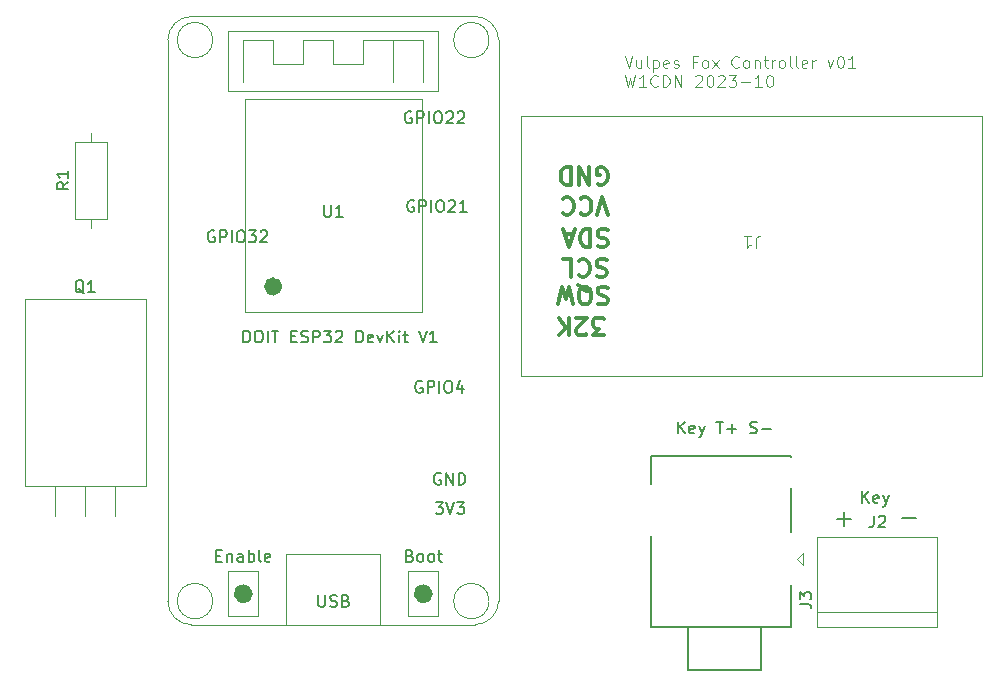
<source format=gbr>
%TF.GenerationSoftware,KiCad,Pcbnew,7.0.7*%
%TF.CreationDate,2023-10-15T02:20:47+00:00*%
%TF.ProjectId,Vulpes,56756c70-6573-42e6-9b69-6361645f7063,rev?*%
%TF.SameCoordinates,Original*%
%TF.FileFunction,Legend,Top*%
%TF.FilePolarity,Positive*%
%FSLAX46Y46*%
G04 Gerber Fmt 4.6, Leading zero omitted, Abs format (unit mm)*
G04 Created by KiCad (PCBNEW 7.0.7) date 2023-10-15 02:20:47*
%MOMM*%
%LPD*%
G01*
G04 APERTURE LIST*
%ADD10C,0.150000*%
%ADD11C,0.125000*%
%ADD12C,0.187500*%
%ADD13C,0.100000*%
%ADD14C,0.300000*%
%ADD15C,0.120000*%
%ADD16C,1.000000*%
%ADD17C,0.800000*%
%ADD18C,3.800000*%
%ADD19O,2.200000X4.000000*%
%ADD20O,4.000000X2.200000*%
%ADD21R,2.200000X4.000000*%
%ADD22O,3.500000X3.500000*%
%ADD23R,1.905000X2.000000*%
%ADD24O,1.905000X2.000000*%
%ADD25C,1.600000*%
%ADD26O,1.600000X1.600000*%
%ADD27R,1.524000X1.524000*%
%ADD28C,1.524000*%
%ADD29R,3.000000X3.000000*%
%ADD30C,3.000000*%
G04 APERTURE END LIST*
D10*
X151784897Y-107440800D02*
X151784897Y-106440800D01*
X152356325Y-107440800D02*
X151927754Y-106869371D01*
X152356325Y-106440800D02*
X151784897Y-107012228D01*
X153165849Y-107393181D02*
X153070611Y-107440800D01*
X153070611Y-107440800D02*
X152880135Y-107440800D01*
X152880135Y-107440800D02*
X152784897Y-107393181D01*
X152784897Y-107393181D02*
X152737278Y-107297942D01*
X152737278Y-107297942D02*
X152737278Y-106916990D01*
X152737278Y-106916990D02*
X152784897Y-106821752D01*
X152784897Y-106821752D02*
X152880135Y-106774133D01*
X152880135Y-106774133D02*
X153070611Y-106774133D01*
X153070611Y-106774133D02*
X153165849Y-106821752D01*
X153165849Y-106821752D02*
X153213468Y-106916990D01*
X153213468Y-106916990D02*
X153213468Y-107012228D01*
X153213468Y-107012228D02*
X152737278Y-107107466D01*
X153546802Y-106774133D02*
X153784897Y-107440800D01*
X154022992Y-106774133D02*
X153784897Y-107440800D01*
X153784897Y-107440800D02*
X153689659Y-107678895D01*
X153689659Y-107678895D02*
X153642040Y-107726514D01*
X153642040Y-107726514D02*
X153546802Y-107774133D01*
D11*
X131674161Y-69603572D02*
X132007494Y-70603572D01*
X132007494Y-70603572D02*
X132340827Y-69603572D01*
X133102732Y-69936905D02*
X133102732Y-70603572D01*
X132674161Y-69936905D02*
X132674161Y-70460714D01*
X132674161Y-70460714D02*
X132721780Y-70555953D01*
X132721780Y-70555953D02*
X132817018Y-70603572D01*
X132817018Y-70603572D02*
X132959875Y-70603572D01*
X132959875Y-70603572D02*
X133055113Y-70555953D01*
X133055113Y-70555953D02*
X133102732Y-70508333D01*
X133721780Y-70603572D02*
X133626542Y-70555953D01*
X133626542Y-70555953D02*
X133578923Y-70460714D01*
X133578923Y-70460714D02*
X133578923Y-69603572D01*
X134102733Y-69936905D02*
X134102733Y-70936905D01*
X134102733Y-69984524D02*
X134197971Y-69936905D01*
X134197971Y-69936905D02*
X134388447Y-69936905D01*
X134388447Y-69936905D02*
X134483685Y-69984524D01*
X134483685Y-69984524D02*
X134531304Y-70032143D01*
X134531304Y-70032143D02*
X134578923Y-70127381D01*
X134578923Y-70127381D02*
X134578923Y-70413095D01*
X134578923Y-70413095D02*
X134531304Y-70508333D01*
X134531304Y-70508333D02*
X134483685Y-70555953D01*
X134483685Y-70555953D02*
X134388447Y-70603572D01*
X134388447Y-70603572D02*
X134197971Y-70603572D01*
X134197971Y-70603572D02*
X134102733Y-70555953D01*
X135388447Y-70555953D02*
X135293209Y-70603572D01*
X135293209Y-70603572D02*
X135102733Y-70603572D01*
X135102733Y-70603572D02*
X135007495Y-70555953D01*
X135007495Y-70555953D02*
X134959876Y-70460714D01*
X134959876Y-70460714D02*
X134959876Y-70079762D01*
X134959876Y-70079762D02*
X135007495Y-69984524D01*
X135007495Y-69984524D02*
X135102733Y-69936905D01*
X135102733Y-69936905D02*
X135293209Y-69936905D01*
X135293209Y-69936905D02*
X135388447Y-69984524D01*
X135388447Y-69984524D02*
X135436066Y-70079762D01*
X135436066Y-70079762D02*
X135436066Y-70175000D01*
X135436066Y-70175000D02*
X134959876Y-70270238D01*
X135817019Y-70555953D02*
X135912257Y-70603572D01*
X135912257Y-70603572D02*
X136102733Y-70603572D01*
X136102733Y-70603572D02*
X136197971Y-70555953D01*
X136197971Y-70555953D02*
X136245590Y-70460714D01*
X136245590Y-70460714D02*
X136245590Y-70413095D01*
X136245590Y-70413095D02*
X136197971Y-70317857D01*
X136197971Y-70317857D02*
X136102733Y-70270238D01*
X136102733Y-70270238D02*
X135959876Y-70270238D01*
X135959876Y-70270238D02*
X135864638Y-70222619D01*
X135864638Y-70222619D02*
X135817019Y-70127381D01*
X135817019Y-70127381D02*
X135817019Y-70079762D01*
X135817019Y-70079762D02*
X135864638Y-69984524D01*
X135864638Y-69984524D02*
X135959876Y-69936905D01*
X135959876Y-69936905D02*
X136102733Y-69936905D01*
X136102733Y-69936905D02*
X136197971Y-69984524D01*
X137769400Y-70079762D02*
X137436067Y-70079762D01*
X137436067Y-70603572D02*
X137436067Y-69603572D01*
X137436067Y-69603572D02*
X137912257Y-69603572D01*
X138436067Y-70603572D02*
X138340829Y-70555953D01*
X138340829Y-70555953D02*
X138293210Y-70508333D01*
X138293210Y-70508333D02*
X138245591Y-70413095D01*
X138245591Y-70413095D02*
X138245591Y-70127381D01*
X138245591Y-70127381D02*
X138293210Y-70032143D01*
X138293210Y-70032143D02*
X138340829Y-69984524D01*
X138340829Y-69984524D02*
X138436067Y-69936905D01*
X138436067Y-69936905D02*
X138578924Y-69936905D01*
X138578924Y-69936905D02*
X138674162Y-69984524D01*
X138674162Y-69984524D02*
X138721781Y-70032143D01*
X138721781Y-70032143D02*
X138769400Y-70127381D01*
X138769400Y-70127381D02*
X138769400Y-70413095D01*
X138769400Y-70413095D02*
X138721781Y-70508333D01*
X138721781Y-70508333D02*
X138674162Y-70555953D01*
X138674162Y-70555953D02*
X138578924Y-70603572D01*
X138578924Y-70603572D02*
X138436067Y-70603572D01*
X139102734Y-70603572D02*
X139626543Y-69936905D01*
X139102734Y-69936905D02*
X139626543Y-70603572D01*
X141340829Y-70508333D02*
X141293210Y-70555953D01*
X141293210Y-70555953D02*
X141150353Y-70603572D01*
X141150353Y-70603572D02*
X141055115Y-70603572D01*
X141055115Y-70603572D02*
X140912258Y-70555953D01*
X140912258Y-70555953D02*
X140817020Y-70460714D01*
X140817020Y-70460714D02*
X140769401Y-70365476D01*
X140769401Y-70365476D02*
X140721782Y-70175000D01*
X140721782Y-70175000D02*
X140721782Y-70032143D01*
X140721782Y-70032143D02*
X140769401Y-69841667D01*
X140769401Y-69841667D02*
X140817020Y-69746429D01*
X140817020Y-69746429D02*
X140912258Y-69651191D01*
X140912258Y-69651191D02*
X141055115Y-69603572D01*
X141055115Y-69603572D02*
X141150353Y-69603572D01*
X141150353Y-69603572D02*
X141293210Y-69651191D01*
X141293210Y-69651191D02*
X141340829Y-69698810D01*
X141912258Y-70603572D02*
X141817020Y-70555953D01*
X141817020Y-70555953D02*
X141769401Y-70508333D01*
X141769401Y-70508333D02*
X141721782Y-70413095D01*
X141721782Y-70413095D02*
X141721782Y-70127381D01*
X141721782Y-70127381D02*
X141769401Y-70032143D01*
X141769401Y-70032143D02*
X141817020Y-69984524D01*
X141817020Y-69984524D02*
X141912258Y-69936905D01*
X141912258Y-69936905D02*
X142055115Y-69936905D01*
X142055115Y-69936905D02*
X142150353Y-69984524D01*
X142150353Y-69984524D02*
X142197972Y-70032143D01*
X142197972Y-70032143D02*
X142245591Y-70127381D01*
X142245591Y-70127381D02*
X142245591Y-70413095D01*
X142245591Y-70413095D02*
X142197972Y-70508333D01*
X142197972Y-70508333D02*
X142150353Y-70555953D01*
X142150353Y-70555953D02*
X142055115Y-70603572D01*
X142055115Y-70603572D02*
X141912258Y-70603572D01*
X142674163Y-69936905D02*
X142674163Y-70603572D01*
X142674163Y-70032143D02*
X142721782Y-69984524D01*
X142721782Y-69984524D02*
X142817020Y-69936905D01*
X142817020Y-69936905D02*
X142959877Y-69936905D01*
X142959877Y-69936905D02*
X143055115Y-69984524D01*
X143055115Y-69984524D02*
X143102734Y-70079762D01*
X143102734Y-70079762D02*
X143102734Y-70603572D01*
X143436068Y-69936905D02*
X143817020Y-69936905D01*
X143578925Y-69603572D02*
X143578925Y-70460714D01*
X143578925Y-70460714D02*
X143626544Y-70555953D01*
X143626544Y-70555953D02*
X143721782Y-70603572D01*
X143721782Y-70603572D02*
X143817020Y-70603572D01*
X144150354Y-70603572D02*
X144150354Y-69936905D01*
X144150354Y-70127381D02*
X144197973Y-70032143D01*
X144197973Y-70032143D02*
X144245592Y-69984524D01*
X144245592Y-69984524D02*
X144340830Y-69936905D01*
X144340830Y-69936905D02*
X144436068Y-69936905D01*
X144912259Y-70603572D02*
X144817021Y-70555953D01*
X144817021Y-70555953D02*
X144769402Y-70508333D01*
X144769402Y-70508333D02*
X144721783Y-70413095D01*
X144721783Y-70413095D02*
X144721783Y-70127381D01*
X144721783Y-70127381D02*
X144769402Y-70032143D01*
X144769402Y-70032143D02*
X144817021Y-69984524D01*
X144817021Y-69984524D02*
X144912259Y-69936905D01*
X144912259Y-69936905D02*
X145055116Y-69936905D01*
X145055116Y-69936905D02*
X145150354Y-69984524D01*
X145150354Y-69984524D02*
X145197973Y-70032143D01*
X145197973Y-70032143D02*
X145245592Y-70127381D01*
X145245592Y-70127381D02*
X145245592Y-70413095D01*
X145245592Y-70413095D02*
X145197973Y-70508333D01*
X145197973Y-70508333D02*
X145150354Y-70555953D01*
X145150354Y-70555953D02*
X145055116Y-70603572D01*
X145055116Y-70603572D02*
X144912259Y-70603572D01*
X145817021Y-70603572D02*
X145721783Y-70555953D01*
X145721783Y-70555953D02*
X145674164Y-70460714D01*
X145674164Y-70460714D02*
X145674164Y-69603572D01*
X146340831Y-70603572D02*
X146245593Y-70555953D01*
X146245593Y-70555953D02*
X146197974Y-70460714D01*
X146197974Y-70460714D02*
X146197974Y-69603572D01*
X147102736Y-70555953D02*
X147007498Y-70603572D01*
X147007498Y-70603572D02*
X146817022Y-70603572D01*
X146817022Y-70603572D02*
X146721784Y-70555953D01*
X146721784Y-70555953D02*
X146674165Y-70460714D01*
X146674165Y-70460714D02*
X146674165Y-70079762D01*
X146674165Y-70079762D02*
X146721784Y-69984524D01*
X146721784Y-69984524D02*
X146817022Y-69936905D01*
X146817022Y-69936905D02*
X147007498Y-69936905D01*
X147007498Y-69936905D02*
X147102736Y-69984524D01*
X147102736Y-69984524D02*
X147150355Y-70079762D01*
X147150355Y-70079762D02*
X147150355Y-70175000D01*
X147150355Y-70175000D02*
X146674165Y-70270238D01*
X147578927Y-70603572D02*
X147578927Y-69936905D01*
X147578927Y-70127381D02*
X147626546Y-70032143D01*
X147626546Y-70032143D02*
X147674165Y-69984524D01*
X147674165Y-69984524D02*
X147769403Y-69936905D01*
X147769403Y-69936905D02*
X147864641Y-69936905D01*
X148864642Y-69936905D02*
X149102737Y-70603572D01*
X149102737Y-70603572D02*
X149340832Y-69936905D01*
X149912261Y-69603572D02*
X150007499Y-69603572D01*
X150007499Y-69603572D02*
X150102737Y-69651191D01*
X150102737Y-69651191D02*
X150150356Y-69698810D01*
X150150356Y-69698810D02*
X150197975Y-69794048D01*
X150197975Y-69794048D02*
X150245594Y-69984524D01*
X150245594Y-69984524D02*
X150245594Y-70222619D01*
X150245594Y-70222619D02*
X150197975Y-70413095D01*
X150197975Y-70413095D02*
X150150356Y-70508333D01*
X150150356Y-70508333D02*
X150102737Y-70555953D01*
X150102737Y-70555953D02*
X150007499Y-70603572D01*
X150007499Y-70603572D02*
X149912261Y-70603572D01*
X149912261Y-70603572D02*
X149817023Y-70555953D01*
X149817023Y-70555953D02*
X149769404Y-70508333D01*
X149769404Y-70508333D02*
X149721785Y-70413095D01*
X149721785Y-70413095D02*
X149674166Y-70222619D01*
X149674166Y-70222619D02*
X149674166Y-69984524D01*
X149674166Y-69984524D02*
X149721785Y-69794048D01*
X149721785Y-69794048D02*
X149769404Y-69698810D01*
X149769404Y-69698810D02*
X149817023Y-69651191D01*
X149817023Y-69651191D02*
X149912261Y-69603572D01*
X151197975Y-70603572D02*
X150626547Y-70603572D01*
X150912261Y-70603572D02*
X150912261Y-69603572D01*
X150912261Y-69603572D02*
X150817023Y-69746429D01*
X150817023Y-69746429D02*
X150721785Y-69841667D01*
X150721785Y-69841667D02*
X150626547Y-69889286D01*
X131721780Y-71213572D02*
X131959875Y-72213572D01*
X131959875Y-72213572D02*
X132150351Y-71499286D01*
X132150351Y-71499286D02*
X132340827Y-72213572D01*
X132340827Y-72213572D02*
X132578923Y-71213572D01*
X133483684Y-72213572D02*
X132912256Y-72213572D01*
X133197970Y-72213572D02*
X133197970Y-71213572D01*
X133197970Y-71213572D02*
X133102732Y-71356429D01*
X133102732Y-71356429D02*
X133007494Y-71451667D01*
X133007494Y-71451667D02*
X132912256Y-71499286D01*
X134483684Y-72118333D02*
X134436065Y-72165953D01*
X134436065Y-72165953D02*
X134293208Y-72213572D01*
X134293208Y-72213572D02*
X134197970Y-72213572D01*
X134197970Y-72213572D02*
X134055113Y-72165953D01*
X134055113Y-72165953D02*
X133959875Y-72070714D01*
X133959875Y-72070714D02*
X133912256Y-71975476D01*
X133912256Y-71975476D02*
X133864637Y-71785000D01*
X133864637Y-71785000D02*
X133864637Y-71642143D01*
X133864637Y-71642143D02*
X133912256Y-71451667D01*
X133912256Y-71451667D02*
X133959875Y-71356429D01*
X133959875Y-71356429D02*
X134055113Y-71261191D01*
X134055113Y-71261191D02*
X134197970Y-71213572D01*
X134197970Y-71213572D02*
X134293208Y-71213572D01*
X134293208Y-71213572D02*
X134436065Y-71261191D01*
X134436065Y-71261191D02*
X134483684Y-71308810D01*
X134912256Y-72213572D02*
X134912256Y-71213572D01*
X134912256Y-71213572D02*
X135150351Y-71213572D01*
X135150351Y-71213572D02*
X135293208Y-71261191D01*
X135293208Y-71261191D02*
X135388446Y-71356429D01*
X135388446Y-71356429D02*
X135436065Y-71451667D01*
X135436065Y-71451667D02*
X135483684Y-71642143D01*
X135483684Y-71642143D02*
X135483684Y-71785000D01*
X135483684Y-71785000D02*
X135436065Y-71975476D01*
X135436065Y-71975476D02*
X135388446Y-72070714D01*
X135388446Y-72070714D02*
X135293208Y-72165953D01*
X135293208Y-72165953D02*
X135150351Y-72213572D01*
X135150351Y-72213572D02*
X134912256Y-72213572D01*
X135912256Y-72213572D02*
X135912256Y-71213572D01*
X135912256Y-71213572D02*
X136483684Y-72213572D01*
X136483684Y-72213572D02*
X136483684Y-71213572D01*
X137674161Y-71308810D02*
X137721780Y-71261191D01*
X137721780Y-71261191D02*
X137817018Y-71213572D01*
X137817018Y-71213572D02*
X138055113Y-71213572D01*
X138055113Y-71213572D02*
X138150351Y-71261191D01*
X138150351Y-71261191D02*
X138197970Y-71308810D01*
X138197970Y-71308810D02*
X138245589Y-71404048D01*
X138245589Y-71404048D02*
X138245589Y-71499286D01*
X138245589Y-71499286D02*
X138197970Y-71642143D01*
X138197970Y-71642143D02*
X137626542Y-72213572D01*
X137626542Y-72213572D02*
X138245589Y-72213572D01*
X138864637Y-71213572D02*
X138959875Y-71213572D01*
X138959875Y-71213572D02*
X139055113Y-71261191D01*
X139055113Y-71261191D02*
X139102732Y-71308810D01*
X139102732Y-71308810D02*
X139150351Y-71404048D01*
X139150351Y-71404048D02*
X139197970Y-71594524D01*
X139197970Y-71594524D02*
X139197970Y-71832619D01*
X139197970Y-71832619D02*
X139150351Y-72023095D01*
X139150351Y-72023095D02*
X139102732Y-72118333D01*
X139102732Y-72118333D02*
X139055113Y-72165953D01*
X139055113Y-72165953D02*
X138959875Y-72213572D01*
X138959875Y-72213572D02*
X138864637Y-72213572D01*
X138864637Y-72213572D02*
X138769399Y-72165953D01*
X138769399Y-72165953D02*
X138721780Y-72118333D01*
X138721780Y-72118333D02*
X138674161Y-72023095D01*
X138674161Y-72023095D02*
X138626542Y-71832619D01*
X138626542Y-71832619D02*
X138626542Y-71594524D01*
X138626542Y-71594524D02*
X138674161Y-71404048D01*
X138674161Y-71404048D02*
X138721780Y-71308810D01*
X138721780Y-71308810D02*
X138769399Y-71261191D01*
X138769399Y-71261191D02*
X138864637Y-71213572D01*
X139578923Y-71308810D02*
X139626542Y-71261191D01*
X139626542Y-71261191D02*
X139721780Y-71213572D01*
X139721780Y-71213572D02*
X139959875Y-71213572D01*
X139959875Y-71213572D02*
X140055113Y-71261191D01*
X140055113Y-71261191D02*
X140102732Y-71308810D01*
X140102732Y-71308810D02*
X140150351Y-71404048D01*
X140150351Y-71404048D02*
X140150351Y-71499286D01*
X140150351Y-71499286D02*
X140102732Y-71642143D01*
X140102732Y-71642143D02*
X139531304Y-72213572D01*
X139531304Y-72213572D02*
X140150351Y-72213572D01*
X140483685Y-71213572D02*
X141102732Y-71213572D01*
X141102732Y-71213572D02*
X140769399Y-71594524D01*
X140769399Y-71594524D02*
X140912256Y-71594524D01*
X140912256Y-71594524D02*
X141007494Y-71642143D01*
X141007494Y-71642143D02*
X141055113Y-71689762D01*
X141055113Y-71689762D02*
X141102732Y-71785000D01*
X141102732Y-71785000D02*
X141102732Y-72023095D01*
X141102732Y-72023095D02*
X141055113Y-72118333D01*
X141055113Y-72118333D02*
X141007494Y-72165953D01*
X141007494Y-72165953D02*
X140912256Y-72213572D01*
X140912256Y-72213572D02*
X140626542Y-72213572D01*
X140626542Y-72213572D02*
X140531304Y-72165953D01*
X140531304Y-72165953D02*
X140483685Y-72118333D01*
X141531304Y-71832619D02*
X142293209Y-71832619D01*
X143293208Y-72213572D02*
X142721780Y-72213572D01*
X143007494Y-72213572D02*
X143007494Y-71213572D01*
X143007494Y-71213572D02*
X142912256Y-71356429D01*
X142912256Y-71356429D02*
X142817018Y-71451667D01*
X142817018Y-71451667D02*
X142721780Y-71499286D01*
X143912256Y-71213572D02*
X144007494Y-71213572D01*
X144007494Y-71213572D02*
X144102732Y-71261191D01*
X144102732Y-71261191D02*
X144150351Y-71308810D01*
X144150351Y-71308810D02*
X144197970Y-71404048D01*
X144197970Y-71404048D02*
X144245589Y-71594524D01*
X144245589Y-71594524D02*
X144245589Y-71832619D01*
X144245589Y-71832619D02*
X144197970Y-72023095D01*
X144197970Y-72023095D02*
X144150351Y-72118333D01*
X144150351Y-72118333D02*
X144102732Y-72165953D01*
X144102732Y-72165953D02*
X144007494Y-72213572D01*
X144007494Y-72213572D02*
X143912256Y-72213572D01*
X143912256Y-72213572D02*
X143817018Y-72165953D01*
X143817018Y-72165953D02*
X143769399Y-72118333D01*
X143769399Y-72118333D02*
X143721780Y-72023095D01*
X143721780Y-72023095D02*
X143674161Y-71832619D01*
X143674161Y-71832619D02*
X143674161Y-71594524D01*
X143674161Y-71594524D02*
X143721780Y-71404048D01*
X143721780Y-71404048D02*
X143769399Y-71308810D01*
X143769399Y-71308810D02*
X143817018Y-71261191D01*
X143817018Y-71261191D02*
X143912256Y-71213572D01*
D10*
X99396779Y-93849819D02*
X99396779Y-92849819D01*
X99396779Y-92849819D02*
X99634874Y-92849819D01*
X99634874Y-92849819D02*
X99777731Y-92897438D01*
X99777731Y-92897438D02*
X99872969Y-92992676D01*
X99872969Y-92992676D02*
X99920588Y-93087914D01*
X99920588Y-93087914D02*
X99968207Y-93278390D01*
X99968207Y-93278390D02*
X99968207Y-93421247D01*
X99968207Y-93421247D02*
X99920588Y-93611723D01*
X99920588Y-93611723D02*
X99872969Y-93706961D01*
X99872969Y-93706961D02*
X99777731Y-93802200D01*
X99777731Y-93802200D02*
X99634874Y-93849819D01*
X99634874Y-93849819D02*
X99396779Y-93849819D01*
X100587255Y-92849819D02*
X100777731Y-92849819D01*
X100777731Y-92849819D02*
X100872969Y-92897438D01*
X100872969Y-92897438D02*
X100968207Y-92992676D01*
X100968207Y-92992676D02*
X101015826Y-93183152D01*
X101015826Y-93183152D02*
X101015826Y-93516485D01*
X101015826Y-93516485D02*
X100968207Y-93706961D01*
X100968207Y-93706961D02*
X100872969Y-93802200D01*
X100872969Y-93802200D02*
X100777731Y-93849819D01*
X100777731Y-93849819D02*
X100587255Y-93849819D01*
X100587255Y-93849819D02*
X100492017Y-93802200D01*
X100492017Y-93802200D02*
X100396779Y-93706961D01*
X100396779Y-93706961D02*
X100349160Y-93516485D01*
X100349160Y-93516485D02*
X100349160Y-93183152D01*
X100349160Y-93183152D02*
X100396779Y-92992676D01*
X100396779Y-92992676D02*
X100492017Y-92897438D01*
X100492017Y-92897438D02*
X100587255Y-92849819D01*
X101444398Y-93849819D02*
X101444398Y-92849819D01*
X101777731Y-92849819D02*
X102349159Y-92849819D01*
X102063445Y-93849819D02*
X102063445Y-92849819D01*
X103444398Y-93326009D02*
X103777731Y-93326009D01*
X103920588Y-93849819D02*
X103444398Y-93849819D01*
X103444398Y-93849819D02*
X103444398Y-92849819D01*
X103444398Y-92849819D02*
X103920588Y-92849819D01*
X104301541Y-93802200D02*
X104444398Y-93849819D01*
X104444398Y-93849819D02*
X104682493Y-93849819D01*
X104682493Y-93849819D02*
X104777731Y-93802200D01*
X104777731Y-93802200D02*
X104825350Y-93754580D01*
X104825350Y-93754580D02*
X104872969Y-93659342D01*
X104872969Y-93659342D02*
X104872969Y-93564104D01*
X104872969Y-93564104D02*
X104825350Y-93468866D01*
X104825350Y-93468866D02*
X104777731Y-93421247D01*
X104777731Y-93421247D02*
X104682493Y-93373628D01*
X104682493Y-93373628D02*
X104492017Y-93326009D01*
X104492017Y-93326009D02*
X104396779Y-93278390D01*
X104396779Y-93278390D02*
X104349160Y-93230771D01*
X104349160Y-93230771D02*
X104301541Y-93135533D01*
X104301541Y-93135533D02*
X104301541Y-93040295D01*
X104301541Y-93040295D02*
X104349160Y-92945057D01*
X104349160Y-92945057D02*
X104396779Y-92897438D01*
X104396779Y-92897438D02*
X104492017Y-92849819D01*
X104492017Y-92849819D02*
X104730112Y-92849819D01*
X104730112Y-92849819D02*
X104872969Y-92897438D01*
X105301541Y-93849819D02*
X105301541Y-92849819D01*
X105301541Y-92849819D02*
X105682493Y-92849819D01*
X105682493Y-92849819D02*
X105777731Y-92897438D01*
X105777731Y-92897438D02*
X105825350Y-92945057D01*
X105825350Y-92945057D02*
X105872969Y-93040295D01*
X105872969Y-93040295D02*
X105872969Y-93183152D01*
X105872969Y-93183152D02*
X105825350Y-93278390D01*
X105825350Y-93278390D02*
X105777731Y-93326009D01*
X105777731Y-93326009D02*
X105682493Y-93373628D01*
X105682493Y-93373628D02*
X105301541Y-93373628D01*
X106206303Y-92849819D02*
X106825350Y-92849819D01*
X106825350Y-92849819D02*
X106492017Y-93230771D01*
X106492017Y-93230771D02*
X106634874Y-93230771D01*
X106634874Y-93230771D02*
X106730112Y-93278390D01*
X106730112Y-93278390D02*
X106777731Y-93326009D01*
X106777731Y-93326009D02*
X106825350Y-93421247D01*
X106825350Y-93421247D02*
X106825350Y-93659342D01*
X106825350Y-93659342D02*
X106777731Y-93754580D01*
X106777731Y-93754580D02*
X106730112Y-93802200D01*
X106730112Y-93802200D02*
X106634874Y-93849819D01*
X106634874Y-93849819D02*
X106349160Y-93849819D01*
X106349160Y-93849819D02*
X106253922Y-93802200D01*
X106253922Y-93802200D02*
X106206303Y-93754580D01*
X107206303Y-92945057D02*
X107253922Y-92897438D01*
X107253922Y-92897438D02*
X107349160Y-92849819D01*
X107349160Y-92849819D02*
X107587255Y-92849819D01*
X107587255Y-92849819D02*
X107682493Y-92897438D01*
X107682493Y-92897438D02*
X107730112Y-92945057D01*
X107730112Y-92945057D02*
X107777731Y-93040295D01*
X107777731Y-93040295D02*
X107777731Y-93135533D01*
X107777731Y-93135533D02*
X107730112Y-93278390D01*
X107730112Y-93278390D02*
X107158684Y-93849819D01*
X107158684Y-93849819D02*
X107777731Y-93849819D01*
X108968208Y-93849819D02*
X108968208Y-92849819D01*
X108968208Y-92849819D02*
X109206303Y-92849819D01*
X109206303Y-92849819D02*
X109349160Y-92897438D01*
X109349160Y-92897438D02*
X109444398Y-92992676D01*
X109444398Y-92992676D02*
X109492017Y-93087914D01*
X109492017Y-93087914D02*
X109539636Y-93278390D01*
X109539636Y-93278390D02*
X109539636Y-93421247D01*
X109539636Y-93421247D02*
X109492017Y-93611723D01*
X109492017Y-93611723D02*
X109444398Y-93706961D01*
X109444398Y-93706961D02*
X109349160Y-93802200D01*
X109349160Y-93802200D02*
X109206303Y-93849819D01*
X109206303Y-93849819D02*
X108968208Y-93849819D01*
X110349160Y-93802200D02*
X110253922Y-93849819D01*
X110253922Y-93849819D02*
X110063446Y-93849819D01*
X110063446Y-93849819D02*
X109968208Y-93802200D01*
X109968208Y-93802200D02*
X109920589Y-93706961D01*
X109920589Y-93706961D02*
X109920589Y-93326009D01*
X109920589Y-93326009D02*
X109968208Y-93230771D01*
X109968208Y-93230771D02*
X110063446Y-93183152D01*
X110063446Y-93183152D02*
X110253922Y-93183152D01*
X110253922Y-93183152D02*
X110349160Y-93230771D01*
X110349160Y-93230771D02*
X110396779Y-93326009D01*
X110396779Y-93326009D02*
X110396779Y-93421247D01*
X110396779Y-93421247D02*
X109920589Y-93516485D01*
X110730113Y-93183152D02*
X110968208Y-93849819D01*
X110968208Y-93849819D02*
X111206303Y-93183152D01*
X111587256Y-93849819D02*
X111587256Y-92849819D01*
X112158684Y-93849819D02*
X111730113Y-93278390D01*
X112158684Y-92849819D02*
X111587256Y-93421247D01*
X112587256Y-93849819D02*
X112587256Y-93183152D01*
X112587256Y-92849819D02*
X112539637Y-92897438D01*
X112539637Y-92897438D02*
X112587256Y-92945057D01*
X112587256Y-92945057D02*
X112634875Y-92897438D01*
X112634875Y-92897438D02*
X112587256Y-92849819D01*
X112587256Y-92849819D02*
X112587256Y-92945057D01*
X112920589Y-93183152D02*
X113301541Y-93183152D01*
X113063446Y-92849819D02*
X113063446Y-93706961D01*
X113063446Y-93706961D02*
X113111065Y-93802200D01*
X113111065Y-93802200D02*
X113206303Y-93849819D01*
X113206303Y-93849819D02*
X113301541Y-93849819D01*
X114253923Y-92849819D02*
X114587256Y-93849819D01*
X114587256Y-93849819D02*
X114920589Y-92849819D01*
X115777732Y-93849819D02*
X115206304Y-93849819D01*
X115492018Y-93849819D02*
X115492018Y-92849819D01*
X115492018Y-92849819D02*
X115396780Y-92992676D01*
X115396780Y-92992676D02*
X115301542Y-93087914D01*
X115301542Y-93087914D02*
X115206304Y-93135533D01*
X113823366Y-81849692D02*
X113728128Y-81802073D01*
X113728128Y-81802073D02*
X113585271Y-81802073D01*
X113585271Y-81802073D02*
X113442414Y-81849692D01*
X113442414Y-81849692D02*
X113347176Y-81944930D01*
X113347176Y-81944930D02*
X113299557Y-82040168D01*
X113299557Y-82040168D02*
X113251938Y-82230644D01*
X113251938Y-82230644D02*
X113251938Y-82373501D01*
X113251938Y-82373501D02*
X113299557Y-82563977D01*
X113299557Y-82563977D02*
X113347176Y-82659215D01*
X113347176Y-82659215D02*
X113442414Y-82754454D01*
X113442414Y-82754454D02*
X113585271Y-82802073D01*
X113585271Y-82802073D02*
X113680509Y-82802073D01*
X113680509Y-82802073D02*
X113823366Y-82754454D01*
X113823366Y-82754454D02*
X113870985Y-82706834D01*
X113870985Y-82706834D02*
X113870985Y-82373501D01*
X113870985Y-82373501D02*
X113680509Y-82373501D01*
X114299557Y-82802073D02*
X114299557Y-81802073D01*
X114299557Y-81802073D02*
X114680509Y-81802073D01*
X114680509Y-81802073D02*
X114775747Y-81849692D01*
X114775747Y-81849692D02*
X114823366Y-81897311D01*
X114823366Y-81897311D02*
X114870985Y-81992549D01*
X114870985Y-81992549D02*
X114870985Y-82135406D01*
X114870985Y-82135406D02*
X114823366Y-82230644D01*
X114823366Y-82230644D02*
X114775747Y-82278263D01*
X114775747Y-82278263D02*
X114680509Y-82325882D01*
X114680509Y-82325882D02*
X114299557Y-82325882D01*
X115299557Y-82802073D02*
X115299557Y-81802073D01*
X115966223Y-81802073D02*
X116156699Y-81802073D01*
X116156699Y-81802073D02*
X116251937Y-81849692D01*
X116251937Y-81849692D02*
X116347175Y-81944930D01*
X116347175Y-81944930D02*
X116394794Y-82135406D01*
X116394794Y-82135406D02*
X116394794Y-82468739D01*
X116394794Y-82468739D02*
X116347175Y-82659215D01*
X116347175Y-82659215D02*
X116251937Y-82754454D01*
X116251937Y-82754454D02*
X116156699Y-82802073D01*
X116156699Y-82802073D02*
X115966223Y-82802073D01*
X115966223Y-82802073D02*
X115870985Y-82754454D01*
X115870985Y-82754454D02*
X115775747Y-82659215D01*
X115775747Y-82659215D02*
X115728128Y-82468739D01*
X115728128Y-82468739D02*
X115728128Y-82135406D01*
X115728128Y-82135406D02*
X115775747Y-81944930D01*
X115775747Y-81944930D02*
X115870985Y-81849692D01*
X115870985Y-81849692D02*
X115966223Y-81802073D01*
X116775747Y-81897311D02*
X116823366Y-81849692D01*
X116823366Y-81849692D02*
X116918604Y-81802073D01*
X116918604Y-81802073D02*
X117156699Y-81802073D01*
X117156699Y-81802073D02*
X117251937Y-81849692D01*
X117251937Y-81849692D02*
X117299556Y-81897311D01*
X117299556Y-81897311D02*
X117347175Y-81992549D01*
X117347175Y-81992549D02*
X117347175Y-82087787D01*
X117347175Y-82087787D02*
X117299556Y-82230644D01*
X117299556Y-82230644D02*
X116728128Y-82802073D01*
X116728128Y-82802073D02*
X117347175Y-82802073D01*
X118299556Y-82802073D02*
X117728128Y-82802073D01*
X118013842Y-82802073D02*
X118013842Y-81802073D01*
X118013842Y-81802073D02*
X117918604Y-81944930D01*
X117918604Y-81944930D02*
X117823366Y-82040168D01*
X117823366Y-82040168D02*
X117728128Y-82087787D01*
X116093889Y-104949805D02*
X115998651Y-104902186D01*
X115998651Y-104902186D02*
X115855794Y-104902186D01*
X115855794Y-104902186D02*
X115712937Y-104949805D01*
X115712937Y-104949805D02*
X115617699Y-105045043D01*
X115617699Y-105045043D02*
X115570080Y-105140281D01*
X115570080Y-105140281D02*
X115522461Y-105330757D01*
X115522461Y-105330757D02*
X115522461Y-105473614D01*
X115522461Y-105473614D02*
X115570080Y-105664090D01*
X115570080Y-105664090D02*
X115617699Y-105759328D01*
X115617699Y-105759328D02*
X115712937Y-105854567D01*
X115712937Y-105854567D02*
X115855794Y-105902186D01*
X115855794Y-105902186D02*
X115951032Y-105902186D01*
X115951032Y-105902186D02*
X116093889Y-105854567D01*
X116093889Y-105854567D02*
X116141508Y-105806947D01*
X116141508Y-105806947D02*
X116141508Y-105473614D01*
X116141508Y-105473614D02*
X115951032Y-105473614D01*
X116570080Y-105902186D02*
X116570080Y-104902186D01*
X116570080Y-104902186D02*
X117141508Y-105902186D01*
X117141508Y-105902186D02*
X117141508Y-104902186D01*
X117617699Y-105902186D02*
X117617699Y-104902186D01*
X117617699Y-104902186D02*
X117855794Y-104902186D01*
X117855794Y-104902186D02*
X117998651Y-104949805D01*
X117998651Y-104949805D02*
X118093889Y-105045043D01*
X118093889Y-105045043D02*
X118141508Y-105140281D01*
X118141508Y-105140281D02*
X118189127Y-105330757D01*
X118189127Y-105330757D02*
X118189127Y-105473614D01*
X118189127Y-105473614D02*
X118141508Y-105664090D01*
X118141508Y-105664090D02*
X118093889Y-105759328D01*
X118093889Y-105759328D02*
X117998651Y-105854567D01*
X117998651Y-105854567D02*
X117855794Y-105902186D01*
X117855794Y-105902186D02*
X117617699Y-105902186D01*
X113625929Y-74347091D02*
X113530691Y-74299472D01*
X113530691Y-74299472D02*
X113387834Y-74299472D01*
X113387834Y-74299472D02*
X113244977Y-74347091D01*
X113244977Y-74347091D02*
X113149739Y-74442329D01*
X113149739Y-74442329D02*
X113102120Y-74537567D01*
X113102120Y-74537567D02*
X113054501Y-74728043D01*
X113054501Y-74728043D02*
X113054501Y-74870900D01*
X113054501Y-74870900D02*
X113102120Y-75061376D01*
X113102120Y-75061376D02*
X113149739Y-75156614D01*
X113149739Y-75156614D02*
X113244977Y-75251853D01*
X113244977Y-75251853D02*
X113387834Y-75299472D01*
X113387834Y-75299472D02*
X113483072Y-75299472D01*
X113483072Y-75299472D02*
X113625929Y-75251853D01*
X113625929Y-75251853D02*
X113673548Y-75204233D01*
X113673548Y-75204233D02*
X113673548Y-74870900D01*
X113673548Y-74870900D02*
X113483072Y-74870900D01*
X114102120Y-75299472D02*
X114102120Y-74299472D01*
X114102120Y-74299472D02*
X114483072Y-74299472D01*
X114483072Y-74299472D02*
X114578310Y-74347091D01*
X114578310Y-74347091D02*
X114625929Y-74394710D01*
X114625929Y-74394710D02*
X114673548Y-74489948D01*
X114673548Y-74489948D02*
X114673548Y-74632805D01*
X114673548Y-74632805D02*
X114625929Y-74728043D01*
X114625929Y-74728043D02*
X114578310Y-74775662D01*
X114578310Y-74775662D02*
X114483072Y-74823281D01*
X114483072Y-74823281D02*
X114102120Y-74823281D01*
X115102120Y-75299472D02*
X115102120Y-74299472D01*
X115768786Y-74299472D02*
X115959262Y-74299472D01*
X115959262Y-74299472D02*
X116054500Y-74347091D01*
X116054500Y-74347091D02*
X116149738Y-74442329D01*
X116149738Y-74442329D02*
X116197357Y-74632805D01*
X116197357Y-74632805D02*
X116197357Y-74966138D01*
X116197357Y-74966138D02*
X116149738Y-75156614D01*
X116149738Y-75156614D02*
X116054500Y-75251853D01*
X116054500Y-75251853D02*
X115959262Y-75299472D01*
X115959262Y-75299472D02*
X115768786Y-75299472D01*
X115768786Y-75299472D02*
X115673548Y-75251853D01*
X115673548Y-75251853D02*
X115578310Y-75156614D01*
X115578310Y-75156614D02*
X115530691Y-74966138D01*
X115530691Y-74966138D02*
X115530691Y-74632805D01*
X115530691Y-74632805D02*
X115578310Y-74442329D01*
X115578310Y-74442329D02*
X115673548Y-74347091D01*
X115673548Y-74347091D02*
X115768786Y-74299472D01*
X116578310Y-74394710D02*
X116625929Y-74347091D01*
X116625929Y-74347091D02*
X116721167Y-74299472D01*
X116721167Y-74299472D02*
X116959262Y-74299472D01*
X116959262Y-74299472D02*
X117054500Y-74347091D01*
X117054500Y-74347091D02*
X117102119Y-74394710D01*
X117102119Y-74394710D02*
X117149738Y-74489948D01*
X117149738Y-74489948D02*
X117149738Y-74585186D01*
X117149738Y-74585186D02*
X117102119Y-74728043D01*
X117102119Y-74728043D02*
X116530691Y-75299472D01*
X116530691Y-75299472D02*
X117149738Y-75299472D01*
X117530691Y-74394710D02*
X117578310Y-74347091D01*
X117578310Y-74347091D02*
X117673548Y-74299472D01*
X117673548Y-74299472D02*
X117911643Y-74299472D01*
X117911643Y-74299472D02*
X118006881Y-74347091D01*
X118006881Y-74347091D02*
X118054500Y-74394710D01*
X118054500Y-74394710D02*
X118102119Y-74489948D01*
X118102119Y-74489948D02*
X118102119Y-74585186D01*
X118102119Y-74585186D02*
X118054500Y-74728043D01*
X118054500Y-74728043D02*
X117483072Y-75299472D01*
X117483072Y-75299472D02*
X118102119Y-75299472D01*
X96942514Y-84416371D02*
X96847276Y-84368752D01*
X96847276Y-84368752D02*
X96704419Y-84368752D01*
X96704419Y-84368752D02*
X96561562Y-84416371D01*
X96561562Y-84416371D02*
X96466324Y-84511609D01*
X96466324Y-84511609D02*
X96418705Y-84606847D01*
X96418705Y-84606847D02*
X96371086Y-84797323D01*
X96371086Y-84797323D02*
X96371086Y-84940180D01*
X96371086Y-84940180D02*
X96418705Y-85130656D01*
X96418705Y-85130656D02*
X96466324Y-85225894D01*
X96466324Y-85225894D02*
X96561562Y-85321133D01*
X96561562Y-85321133D02*
X96704419Y-85368752D01*
X96704419Y-85368752D02*
X96799657Y-85368752D01*
X96799657Y-85368752D02*
X96942514Y-85321133D01*
X96942514Y-85321133D02*
X96990133Y-85273513D01*
X96990133Y-85273513D02*
X96990133Y-84940180D01*
X96990133Y-84940180D02*
X96799657Y-84940180D01*
X97418705Y-85368752D02*
X97418705Y-84368752D01*
X97418705Y-84368752D02*
X97799657Y-84368752D01*
X97799657Y-84368752D02*
X97894895Y-84416371D01*
X97894895Y-84416371D02*
X97942514Y-84463990D01*
X97942514Y-84463990D02*
X97990133Y-84559228D01*
X97990133Y-84559228D02*
X97990133Y-84702085D01*
X97990133Y-84702085D02*
X97942514Y-84797323D01*
X97942514Y-84797323D02*
X97894895Y-84844942D01*
X97894895Y-84844942D02*
X97799657Y-84892561D01*
X97799657Y-84892561D02*
X97418705Y-84892561D01*
X98418705Y-85368752D02*
X98418705Y-84368752D01*
X99085371Y-84368752D02*
X99275847Y-84368752D01*
X99275847Y-84368752D02*
X99371085Y-84416371D01*
X99371085Y-84416371D02*
X99466323Y-84511609D01*
X99466323Y-84511609D02*
X99513942Y-84702085D01*
X99513942Y-84702085D02*
X99513942Y-85035418D01*
X99513942Y-85035418D02*
X99466323Y-85225894D01*
X99466323Y-85225894D02*
X99371085Y-85321133D01*
X99371085Y-85321133D02*
X99275847Y-85368752D01*
X99275847Y-85368752D02*
X99085371Y-85368752D01*
X99085371Y-85368752D02*
X98990133Y-85321133D01*
X98990133Y-85321133D02*
X98894895Y-85225894D01*
X98894895Y-85225894D02*
X98847276Y-85035418D01*
X98847276Y-85035418D02*
X98847276Y-84702085D01*
X98847276Y-84702085D02*
X98894895Y-84511609D01*
X98894895Y-84511609D02*
X98990133Y-84416371D01*
X98990133Y-84416371D02*
X99085371Y-84368752D01*
X99847276Y-84368752D02*
X100466323Y-84368752D01*
X100466323Y-84368752D02*
X100132990Y-84749704D01*
X100132990Y-84749704D02*
X100275847Y-84749704D01*
X100275847Y-84749704D02*
X100371085Y-84797323D01*
X100371085Y-84797323D02*
X100418704Y-84844942D01*
X100418704Y-84844942D02*
X100466323Y-84940180D01*
X100466323Y-84940180D02*
X100466323Y-85178275D01*
X100466323Y-85178275D02*
X100418704Y-85273513D01*
X100418704Y-85273513D02*
X100371085Y-85321133D01*
X100371085Y-85321133D02*
X100275847Y-85368752D01*
X100275847Y-85368752D02*
X99990133Y-85368752D01*
X99990133Y-85368752D02*
X99894895Y-85321133D01*
X99894895Y-85321133D02*
X99847276Y-85273513D01*
X100847276Y-84463990D02*
X100894895Y-84416371D01*
X100894895Y-84416371D02*
X100990133Y-84368752D01*
X100990133Y-84368752D02*
X101228228Y-84368752D01*
X101228228Y-84368752D02*
X101323466Y-84416371D01*
X101323466Y-84416371D02*
X101371085Y-84463990D01*
X101371085Y-84463990D02*
X101418704Y-84559228D01*
X101418704Y-84559228D02*
X101418704Y-84654466D01*
X101418704Y-84654466D02*
X101371085Y-84797323D01*
X101371085Y-84797323D02*
X100799657Y-85368752D01*
X100799657Y-85368752D02*
X101418704Y-85368752D01*
X115672279Y-107370146D02*
X116291326Y-107370146D01*
X116291326Y-107370146D02*
X115957993Y-107751098D01*
X115957993Y-107751098D02*
X116100850Y-107751098D01*
X116100850Y-107751098D02*
X116196088Y-107798717D01*
X116196088Y-107798717D02*
X116243707Y-107846336D01*
X116243707Y-107846336D02*
X116291326Y-107941574D01*
X116291326Y-107941574D02*
X116291326Y-108179669D01*
X116291326Y-108179669D02*
X116243707Y-108274907D01*
X116243707Y-108274907D02*
X116196088Y-108322527D01*
X116196088Y-108322527D02*
X116100850Y-108370146D01*
X116100850Y-108370146D02*
X115815136Y-108370146D01*
X115815136Y-108370146D02*
X115719898Y-108322527D01*
X115719898Y-108322527D02*
X115672279Y-108274907D01*
X116577041Y-107370146D02*
X116910374Y-108370146D01*
X116910374Y-108370146D02*
X117243707Y-107370146D01*
X117481803Y-107370146D02*
X118100850Y-107370146D01*
X118100850Y-107370146D02*
X117767517Y-107751098D01*
X117767517Y-107751098D02*
X117910374Y-107751098D01*
X117910374Y-107751098D02*
X118005612Y-107798717D01*
X118005612Y-107798717D02*
X118053231Y-107846336D01*
X118053231Y-107846336D02*
X118100850Y-107941574D01*
X118100850Y-107941574D02*
X118100850Y-108179669D01*
X118100850Y-108179669D02*
X118053231Y-108274907D01*
X118053231Y-108274907D02*
X118005612Y-108322527D01*
X118005612Y-108322527D02*
X117910374Y-108370146D01*
X117910374Y-108370146D02*
X117624660Y-108370146D01*
X117624660Y-108370146D02*
X117529422Y-108322527D01*
X117529422Y-108322527D02*
X117481803Y-108274907D01*
D12*
X149672939Y-108821480D02*
X150815797Y-108821480D01*
X150244368Y-109392908D02*
X150244368Y-108250051D01*
D10*
X114514395Y-97151048D02*
X114419157Y-97103429D01*
X114419157Y-97103429D02*
X114276300Y-97103429D01*
X114276300Y-97103429D02*
X114133443Y-97151048D01*
X114133443Y-97151048D02*
X114038205Y-97246286D01*
X114038205Y-97246286D02*
X113990586Y-97341524D01*
X113990586Y-97341524D02*
X113942967Y-97532000D01*
X113942967Y-97532000D02*
X113942967Y-97674857D01*
X113942967Y-97674857D02*
X113990586Y-97865333D01*
X113990586Y-97865333D02*
X114038205Y-97960571D01*
X114038205Y-97960571D02*
X114133443Y-98055810D01*
X114133443Y-98055810D02*
X114276300Y-98103429D01*
X114276300Y-98103429D02*
X114371538Y-98103429D01*
X114371538Y-98103429D02*
X114514395Y-98055810D01*
X114514395Y-98055810D02*
X114562014Y-98008190D01*
X114562014Y-98008190D02*
X114562014Y-97674857D01*
X114562014Y-97674857D02*
X114371538Y-97674857D01*
X114990586Y-98103429D02*
X114990586Y-97103429D01*
X114990586Y-97103429D02*
X115371538Y-97103429D01*
X115371538Y-97103429D02*
X115466776Y-97151048D01*
X115466776Y-97151048D02*
X115514395Y-97198667D01*
X115514395Y-97198667D02*
X115562014Y-97293905D01*
X115562014Y-97293905D02*
X115562014Y-97436762D01*
X115562014Y-97436762D02*
X115514395Y-97532000D01*
X115514395Y-97532000D02*
X115466776Y-97579619D01*
X115466776Y-97579619D02*
X115371538Y-97627238D01*
X115371538Y-97627238D02*
X114990586Y-97627238D01*
X115990586Y-98103429D02*
X115990586Y-97103429D01*
X116657252Y-97103429D02*
X116847728Y-97103429D01*
X116847728Y-97103429D02*
X116942966Y-97151048D01*
X116942966Y-97151048D02*
X117038204Y-97246286D01*
X117038204Y-97246286D02*
X117085823Y-97436762D01*
X117085823Y-97436762D02*
X117085823Y-97770095D01*
X117085823Y-97770095D02*
X117038204Y-97960571D01*
X117038204Y-97960571D02*
X116942966Y-98055810D01*
X116942966Y-98055810D02*
X116847728Y-98103429D01*
X116847728Y-98103429D02*
X116657252Y-98103429D01*
X116657252Y-98103429D02*
X116562014Y-98055810D01*
X116562014Y-98055810D02*
X116466776Y-97960571D01*
X116466776Y-97960571D02*
X116419157Y-97770095D01*
X116419157Y-97770095D02*
X116419157Y-97436762D01*
X116419157Y-97436762D02*
X116466776Y-97246286D01*
X116466776Y-97246286D02*
X116562014Y-97151048D01*
X116562014Y-97151048D02*
X116657252Y-97103429D01*
X117942966Y-97436762D02*
X117942966Y-98103429D01*
X117704871Y-97055810D02*
X117466776Y-97770095D01*
X117466776Y-97770095D02*
X118085823Y-97770095D01*
D12*
X155201171Y-108722762D02*
X156344029Y-108722762D01*
D10*
X136202233Y-101558575D02*
X136202233Y-100558575D01*
X136773661Y-101558575D02*
X136345090Y-100987146D01*
X136773661Y-100558575D02*
X136202233Y-101130003D01*
X137583185Y-101510956D02*
X137487947Y-101558575D01*
X137487947Y-101558575D02*
X137297471Y-101558575D01*
X137297471Y-101558575D02*
X137202233Y-101510956D01*
X137202233Y-101510956D02*
X137154614Y-101415717D01*
X137154614Y-101415717D02*
X137154614Y-101034765D01*
X137154614Y-101034765D02*
X137202233Y-100939527D01*
X137202233Y-100939527D02*
X137297471Y-100891908D01*
X137297471Y-100891908D02*
X137487947Y-100891908D01*
X137487947Y-100891908D02*
X137583185Y-100939527D01*
X137583185Y-100939527D02*
X137630804Y-101034765D01*
X137630804Y-101034765D02*
X137630804Y-101130003D01*
X137630804Y-101130003D02*
X137154614Y-101225241D01*
X137964138Y-100891908D02*
X138202233Y-101558575D01*
X138440328Y-100891908D02*
X138202233Y-101558575D01*
X138202233Y-101558575D02*
X138106995Y-101796670D01*
X138106995Y-101796670D02*
X138059376Y-101844289D01*
X138059376Y-101844289D02*
X137964138Y-101891908D01*
X139440329Y-100558575D02*
X140011757Y-100558575D01*
X139726043Y-101558575D02*
X139726043Y-100558575D01*
X140345091Y-101177622D02*
X141106996Y-101177622D01*
X140726043Y-101558575D02*
X140726043Y-100796670D01*
X142297472Y-101510956D02*
X142440329Y-101558575D01*
X142440329Y-101558575D02*
X142678424Y-101558575D01*
X142678424Y-101558575D02*
X142773662Y-101510956D01*
X142773662Y-101510956D02*
X142821281Y-101463336D01*
X142821281Y-101463336D02*
X142868900Y-101368098D01*
X142868900Y-101368098D02*
X142868900Y-101272860D01*
X142868900Y-101272860D02*
X142821281Y-101177622D01*
X142821281Y-101177622D02*
X142773662Y-101130003D01*
X142773662Y-101130003D02*
X142678424Y-101082384D01*
X142678424Y-101082384D02*
X142487948Y-101034765D01*
X142487948Y-101034765D02*
X142392710Y-100987146D01*
X142392710Y-100987146D02*
X142345091Y-100939527D01*
X142345091Y-100939527D02*
X142297472Y-100844289D01*
X142297472Y-100844289D02*
X142297472Y-100749051D01*
X142297472Y-100749051D02*
X142345091Y-100653813D01*
X142345091Y-100653813D02*
X142392710Y-100606194D01*
X142392710Y-100606194D02*
X142487948Y-100558575D01*
X142487948Y-100558575D02*
X142726043Y-100558575D01*
X142726043Y-100558575D02*
X142868900Y-100606194D01*
X143297472Y-101177622D02*
X144059377Y-101177622D01*
X146486322Y-115998300D02*
X147200607Y-115998300D01*
X147200607Y-115998300D02*
X147343464Y-116045919D01*
X147343464Y-116045919D02*
X147438703Y-116141157D01*
X147438703Y-116141157D02*
X147486322Y-116284014D01*
X147486322Y-116284014D02*
X147486322Y-116379252D01*
X146486322Y-115617347D02*
X146486322Y-114998300D01*
X146486322Y-114998300D02*
X146867274Y-115331633D01*
X146867274Y-115331633D02*
X146867274Y-115188776D01*
X146867274Y-115188776D02*
X146914893Y-115093538D01*
X146914893Y-115093538D02*
X146962512Y-115045919D01*
X146962512Y-115045919D02*
X147057750Y-114998300D01*
X147057750Y-114998300D02*
X147295845Y-114998300D01*
X147295845Y-114998300D02*
X147391083Y-115045919D01*
X147391083Y-115045919D02*
X147438703Y-115093538D01*
X147438703Y-115093538D02*
X147486322Y-115188776D01*
X147486322Y-115188776D02*
X147486322Y-115474490D01*
X147486322Y-115474490D02*
X147438703Y-115569728D01*
X147438703Y-115569728D02*
X147391083Y-115617347D01*
X85904761Y-89700057D02*
X85809523Y-89652438D01*
X85809523Y-89652438D02*
X85714285Y-89557200D01*
X85714285Y-89557200D02*
X85571428Y-89414342D01*
X85571428Y-89414342D02*
X85476190Y-89366723D01*
X85476190Y-89366723D02*
X85380952Y-89366723D01*
X85428571Y-89604819D02*
X85333333Y-89557200D01*
X85333333Y-89557200D02*
X85238095Y-89461961D01*
X85238095Y-89461961D02*
X85190476Y-89271485D01*
X85190476Y-89271485D02*
X85190476Y-88938152D01*
X85190476Y-88938152D02*
X85238095Y-88747676D01*
X85238095Y-88747676D02*
X85333333Y-88652438D01*
X85333333Y-88652438D02*
X85428571Y-88604819D01*
X85428571Y-88604819D02*
X85619047Y-88604819D01*
X85619047Y-88604819D02*
X85714285Y-88652438D01*
X85714285Y-88652438D02*
X85809523Y-88747676D01*
X85809523Y-88747676D02*
X85857142Y-88938152D01*
X85857142Y-88938152D02*
X85857142Y-89271485D01*
X85857142Y-89271485D02*
X85809523Y-89461961D01*
X85809523Y-89461961D02*
X85714285Y-89557200D01*
X85714285Y-89557200D02*
X85619047Y-89604819D01*
X85619047Y-89604819D02*
X85428571Y-89604819D01*
X86809523Y-89604819D02*
X86238095Y-89604819D01*
X86523809Y-89604819D02*
X86523809Y-88604819D01*
X86523809Y-88604819D02*
X86428571Y-88747676D01*
X86428571Y-88747676D02*
X86333333Y-88842914D01*
X86333333Y-88842914D02*
X86238095Y-88890533D01*
X84584819Y-80286666D02*
X84108628Y-80619999D01*
X84584819Y-80858094D02*
X83584819Y-80858094D01*
X83584819Y-80858094D02*
X83584819Y-80477142D01*
X83584819Y-80477142D02*
X83632438Y-80381904D01*
X83632438Y-80381904D02*
X83680057Y-80334285D01*
X83680057Y-80334285D02*
X83775295Y-80286666D01*
X83775295Y-80286666D02*
X83918152Y-80286666D01*
X83918152Y-80286666D02*
X84013390Y-80334285D01*
X84013390Y-80334285D02*
X84061009Y-80381904D01*
X84061009Y-80381904D02*
X84108628Y-80477142D01*
X84108628Y-80477142D02*
X84108628Y-80858094D01*
X84584819Y-79334285D02*
X84584819Y-79905713D01*
X84584819Y-79619999D02*
X83584819Y-79619999D01*
X83584819Y-79619999D02*
X83727676Y-79715237D01*
X83727676Y-79715237D02*
X83822914Y-79810475D01*
X83822914Y-79810475D02*
X83870533Y-79905713D01*
X106238095Y-82214819D02*
X106238095Y-83024342D01*
X106238095Y-83024342D02*
X106285714Y-83119580D01*
X106285714Y-83119580D02*
X106333333Y-83167200D01*
X106333333Y-83167200D02*
X106428571Y-83214819D01*
X106428571Y-83214819D02*
X106619047Y-83214819D01*
X106619047Y-83214819D02*
X106714285Y-83167200D01*
X106714285Y-83167200D02*
X106761904Y-83119580D01*
X106761904Y-83119580D02*
X106809523Y-83024342D01*
X106809523Y-83024342D02*
X106809523Y-82214819D01*
X107809523Y-83214819D02*
X107238095Y-83214819D01*
X107523809Y-83214819D02*
X107523809Y-82214819D01*
X107523809Y-82214819D02*
X107428571Y-82357676D01*
X107428571Y-82357676D02*
X107333333Y-82452914D01*
X107333333Y-82452914D02*
X107238095Y-82500533D01*
X97118095Y-111901009D02*
X97451428Y-111901009D01*
X97594285Y-112424819D02*
X97118095Y-112424819D01*
X97118095Y-112424819D02*
X97118095Y-111424819D01*
X97118095Y-111424819D02*
X97594285Y-111424819D01*
X98022857Y-111758152D02*
X98022857Y-112424819D01*
X98022857Y-111853390D02*
X98070476Y-111805771D01*
X98070476Y-111805771D02*
X98165714Y-111758152D01*
X98165714Y-111758152D02*
X98308571Y-111758152D01*
X98308571Y-111758152D02*
X98403809Y-111805771D01*
X98403809Y-111805771D02*
X98451428Y-111901009D01*
X98451428Y-111901009D02*
X98451428Y-112424819D01*
X99356190Y-112424819D02*
X99356190Y-111901009D01*
X99356190Y-111901009D02*
X99308571Y-111805771D01*
X99308571Y-111805771D02*
X99213333Y-111758152D01*
X99213333Y-111758152D02*
X99022857Y-111758152D01*
X99022857Y-111758152D02*
X98927619Y-111805771D01*
X99356190Y-112377200D02*
X99260952Y-112424819D01*
X99260952Y-112424819D02*
X99022857Y-112424819D01*
X99022857Y-112424819D02*
X98927619Y-112377200D01*
X98927619Y-112377200D02*
X98880000Y-112281961D01*
X98880000Y-112281961D02*
X98880000Y-112186723D01*
X98880000Y-112186723D02*
X98927619Y-112091485D01*
X98927619Y-112091485D02*
X99022857Y-112043866D01*
X99022857Y-112043866D02*
X99260952Y-112043866D01*
X99260952Y-112043866D02*
X99356190Y-111996247D01*
X99832381Y-112424819D02*
X99832381Y-111424819D01*
X99832381Y-111805771D02*
X99927619Y-111758152D01*
X99927619Y-111758152D02*
X100118095Y-111758152D01*
X100118095Y-111758152D02*
X100213333Y-111805771D01*
X100213333Y-111805771D02*
X100260952Y-111853390D01*
X100260952Y-111853390D02*
X100308571Y-111948628D01*
X100308571Y-111948628D02*
X100308571Y-112234342D01*
X100308571Y-112234342D02*
X100260952Y-112329580D01*
X100260952Y-112329580D02*
X100213333Y-112377200D01*
X100213333Y-112377200D02*
X100118095Y-112424819D01*
X100118095Y-112424819D02*
X99927619Y-112424819D01*
X99927619Y-112424819D02*
X99832381Y-112377200D01*
X100880000Y-112424819D02*
X100784762Y-112377200D01*
X100784762Y-112377200D02*
X100737143Y-112281961D01*
X100737143Y-112281961D02*
X100737143Y-111424819D01*
X101641905Y-112377200D02*
X101546667Y-112424819D01*
X101546667Y-112424819D02*
X101356191Y-112424819D01*
X101356191Y-112424819D02*
X101260953Y-112377200D01*
X101260953Y-112377200D02*
X101213334Y-112281961D01*
X101213334Y-112281961D02*
X101213334Y-111901009D01*
X101213334Y-111901009D02*
X101260953Y-111805771D01*
X101260953Y-111805771D02*
X101356191Y-111758152D01*
X101356191Y-111758152D02*
X101546667Y-111758152D01*
X101546667Y-111758152D02*
X101641905Y-111805771D01*
X101641905Y-111805771D02*
X101689524Y-111901009D01*
X101689524Y-111901009D02*
X101689524Y-111996247D01*
X101689524Y-111996247D02*
X101213334Y-112091485D01*
X105738095Y-115234819D02*
X105738095Y-116044342D01*
X105738095Y-116044342D02*
X105785714Y-116139580D01*
X105785714Y-116139580D02*
X105833333Y-116187200D01*
X105833333Y-116187200D02*
X105928571Y-116234819D01*
X105928571Y-116234819D02*
X106119047Y-116234819D01*
X106119047Y-116234819D02*
X106214285Y-116187200D01*
X106214285Y-116187200D02*
X106261904Y-116139580D01*
X106261904Y-116139580D02*
X106309523Y-116044342D01*
X106309523Y-116044342D02*
X106309523Y-115234819D01*
X106738095Y-116187200D02*
X106880952Y-116234819D01*
X106880952Y-116234819D02*
X107119047Y-116234819D01*
X107119047Y-116234819D02*
X107214285Y-116187200D01*
X107214285Y-116187200D02*
X107261904Y-116139580D01*
X107261904Y-116139580D02*
X107309523Y-116044342D01*
X107309523Y-116044342D02*
X107309523Y-115949104D01*
X107309523Y-115949104D02*
X107261904Y-115853866D01*
X107261904Y-115853866D02*
X107214285Y-115806247D01*
X107214285Y-115806247D02*
X107119047Y-115758628D01*
X107119047Y-115758628D02*
X106928571Y-115711009D01*
X106928571Y-115711009D02*
X106833333Y-115663390D01*
X106833333Y-115663390D02*
X106785714Y-115615771D01*
X106785714Y-115615771D02*
X106738095Y-115520533D01*
X106738095Y-115520533D02*
X106738095Y-115425295D01*
X106738095Y-115425295D02*
X106785714Y-115330057D01*
X106785714Y-115330057D02*
X106833333Y-115282438D01*
X106833333Y-115282438D02*
X106928571Y-115234819D01*
X106928571Y-115234819D02*
X107166666Y-115234819D01*
X107166666Y-115234819D02*
X107309523Y-115282438D01*
X108071428Y-115711009D02*
X108214285Y-115758628D01*
X108214285Y-115758628D02*
X108261904Y-115806247D01*
X108261904Y-115806247D02*
X108309523Y-115901485D01*
X108309523Y-115901485D02*
X108309523Y-116044342D01*
X108309523Y-116044342D02*
X108261904Y-116139580D01*
X108261904Y-116139580D02*
X108214285Y-116187200D01*
X108214285Y-116187200D02*
X108119047Y-116234819D01*
X108119047Y-116234819D02*
X107738095Y-116234819D01*
X107738095Y-116234819D02*
X107738095Y-115234819D01*
X107738095Y-115234819D02*
X108071428Y-115234819D01*
X108071428Y-115234819D02*
X108166666Y-115282438D01*
X108166666Y-115282438D02*
X108214285Y-115330057D01*
X108214285Y-115330057D02*
X108261904Y-115425295D01*
X108261904Y-115425295D02*
X108261904Y-115520533D01*
X108261904Y-115520533D02*
X108214285Y-115615771D01*
X108214285Y-115615771D02*
X108166666Y-115663390D01*
X108166666Y-115663390D02*
X108071428Y-115711009D01*
X108071428Y-115711009D02*
X107738095Y-115711009D01*
X113500952Y-111901009D02*
X113643809Y-111948628D01*
X113643809Y-111948628D02*
X113691428Y-111996247D01*
X113691428Y-111996247D02*
X113739047Y-112091485D01*
X113739047Y-112091485D02*
X113739047Y-112234342D01*
X113739047Y-112234342D02*
X113691428Y-112329580D01*
X113691428Y-112329580D02*
X113643809Y-112377200D01*
X113643809Y-112377200D02*
X113548571Y-112424819D01*
X113548571Y-112424819D02*
X113167619Y-112424819D01*
X113167619Y-112424819D02*
X113167619Y-111424819D01*
X113167619Y-111424819D02*
X113500952Y-111424819D01*
X113500952Y-111424819D02*
X113596190Y-111472438D01*
X113596190Y-111472438D02*
X113643809Y-111520057D01*
X113643809Y-111520057D02*
X113691428Y-111615295D01*
X113691428Y-111615295D02*
X113691428Y-111710533D01*
X113691428Y-111710533D02*
X113643809Y-111805771D01*
X113643809Y-111805771D02*
X113596190Y-111853390D01*
X113596190Y-111853390D02*
X113500952Y-111901009D01*
X113500952Y-111901009D02*
X113167619Y-111901009D01*
X114310476Y-112424819D02*
X114215238Y-112377200D01*
X114215238Y-112377200D02*
X114167619Y-112329580D01*
X114167619Y-112329580D02*
X114120000Y-112234342D01*
X114120000Y-112234342D02*
X114120000Y-111948628D01*
X114120000Y-111948628D02*
X114167619Y-111853390D01*
X114167619Y-111853390D02*
X114215238Y-111805771D01*
X114215238Y-111805771D02*
X114310476Y-111758152D01*
X114310476Y-111758152D02*
X114453333Y-111758152D01*
X114453333Y-111758152D02*
X114548571Y-111805771D01*
X114548571Y-111805771D02*
X114596190Y-111853390D01*
X114596190Y-111853390D02*
X114643809Y-111948628D01*
X114643809Y-111948628D02*
X114643809Y-112234342D01*
X114643809Y-112234342D02*
X114596190Y-112329580D01*
X114596190Y-112329580D02*
X114548571Y-112377200D01*
X114548571Y-112377200D02*
X114453333Y-112424819D01*
X114453333Y-112424819D02*
X114310476Y-112424819D01*
X115215238Y-112424819D02*
X115120000Y-112377200D01*
X115120000Y-112377200D02*
X115072381Y-112329580D01*
X115072381Y-112329580D02*
X115024762Y-112234342D01*
X115024762Y-112234342D02*
X115024762Y-111948628D01*
X115024762Y-111948628D02*
X115072381Y-111853390D01*
X115072381Y-111853390D02*
X115120000Y-111805771D01*
X115120000Y-111805771D02*
X115215238Y-111758152D01*
X115215238Y-111758152D02*
X115358095Y-111758152D01*
X115358095Y-111758152D02*
X115453333Y-111805771D01*
X115453333Y-111805771D02*
X115500952Y-111853390D01*
X115500952Y-111853390D02*
X115548571Y-111948628D01*
X115548571Y-111948628D02*
X115548571Y-112234342D01*
X115548571Y-112234342D02*
X115500952Y-112329580D01*
X115500952Y-112329580D02*
X115453333Y-112377200D01*
X115453333Y-112377200D02*
X115358095Y-112424819D01*
X115358095Y-112424819D02*
X115215238Y-112424819D01*
X115834286Y-111758152D02*
X116215238Y-111758152D01*
X115977143Y-111424819D02*
X115977143Y-112281961D01*
X115977143Y-112281961D02*
X116024762Y-112377200D01*
X116024762Y-112377200D02*
X116120000Y-112424819D01*
X116120000Y-112424819D02*
X116215238Y-112424819D01*
X152751541Y-108514462D02*
X152751541Y-109228747D01*
X152751541Y-109228747D02*
X152703922Y-109371604D01*
X152703922Y-109371604D02*
X152608684Y-109466843D01*
X152608684Y-109466843D02*
X152465827Y-109514462D01*
X152465827Y-109514462D02*
X152370589Y-109514462D01*
X153180113Y-108609700D02*
X153227732Y-108562081D01*
X153227732Y-108562081D02*
X153322970Y-108514462D01*
X153322970Y-108514462D02*
X153561065Y-108514462D01*
X153561065Y-108514462D02*
X153656303Y-108562081D01*
X153656303Y-108562081D02*
X153703922Y-108609700D01*
X153703922Y-108609700D02*
X153751541Y-108704938D01*
X153751541Y-108704938D02*
X153751541Y-108800176D01*
X153751541Y-108800176D02*
X153703922Y-108943033D01*
X153703922Y-108943033D02*
X153132494Y-109514462D01*
X153132494Y-109514462D02*
X153751541Y-109514462D01*
D13*
X142768717Y-85867415D02*
X142768717Y-85153130D01*
X142768717Y-85153130D02*
X142816336Y-85010273D01*
X142816336Y-85010273D02*
X142911574Y-84915035D01*
X142911574Y-84915035D02*
X143054431Y-84867415D01*
X143054431Y-84867415D02*
X143149669Y-84867415D01*
X141768717Y-84867415D02*
X142340145Y-84867415D01*
X142054431Y-84867415D02*
X142054431Y-85867415D01*
X142054431Y-85867415D02*
X142149669Y-85724558D01*
X142149669Y-85724558D02*
X142244907Y-85629320D01*
X142244907Y-85629320D02*
X142340145Y-85581701D01*
D14*
X130247556Y-89203730D02*
X130033271Y-89132301D01*
X130033271Y-89132301D02*
X129676128Y-89132301D01*
X129676128Y-89132301D02*
X129533271Y-89203730D01*
X129533271Y-89203730D02*
X129461842Y-89275158D01*
X129461842Y-89275158D02*
X129390413Y-89418015D01*
X129390413Y-89418015D02*
X129390413Y-89560872D01*
X129390413Y-89560872D02*
X129461842Y-89703730D01*
X129461842Y-89703730D02*
X129533271Y-89775158D01*
X129533271Y-89775158D02*
X129676128Y-89846587D01*
X129676128Y-89846587D02*
X129961842Y-89918015D01*
X129961842Y-89918015D02*
X130104699Y-89989444D01*
X130104699Y-89989444D02*
X130176128Y-90060872D01*
X130176128Y-90060872D02*
X130247556Y-90203730D01*
X130247556Y-90203730D02*
X130247556Y-90346587D01*
X130247556Y-90346587D02*
X130176128Y-90489444D01*
X130176128Y-90489444D02*
X130104699Y-90560872D01*
X130104699Y-90560872D02*
X129961842Y-90632301D01*
X129961842Y-90632301D02*
X129604699Y-90632301D01*
X129604699Y-90632301D02*
X129390413Y-90560872D01*
X127747557Y-88989444D02*
X127890414Y-89060872D01*
X127890414Y-89060872D02*
X128033271Y-89203730D01*
X128033271Y-89203730D02*
X128247557Y-89418015D01*
X128247557Y-89418015D02*
X128390414Y-89489444D01*
X128390414Y-89489444D02*
X128533271Y-89489444D01*
X128461842Y-89132301D02*
X128604700Y-89203730D01*
X128604700Y-89203730D02*
X128747557Y-89346587D01*
X128747557Y-89346587D02*
X128818985Y-89632301D01*
X128818985Y-89632301D02*
X128818985Y-90132301D01*
X128818985Y-90132301D02*
X128747557Y-90418015D01*
X128747557Y-90418015D02*
X128604700Y-90560872D01*
X128604700Y-90560872D02*
X128461842Y-90632301D01*
X128461842Y-90632301D02*
X128176128Y-90632301D01*
X128176128Y-90632301D02*
X128033271Y-90560872D01*
X128033271Y-90560872D02*
X127890414Y-90418015D01*
X127890414Y-90418015D02*
X127818985Y-90132301D01*
X127818985Y-90132301D02*
X127818985Y-89632301D01*
X127818985Y-89632301D02*
X127890414Y-89346587D01*
X127890414Y-89346587D02*
X128033271Y-89203730D01*
X128033271Y-89203730D02*
X128176128Y-89132301D01*
X128176128Y-89132301D02*
X128461842Y-89132301D01*
X127318985Y-90632301D02*
X126961842Y-89132301D01*
X126961842Y-89132301D02*
X126676128Y-90203730D01*
X126676128Y-90203730D02*
X126390413Y-89132301D01*
X126390413Y-89132301D02*
X126033271Y-90632301D01*
X130153918Y-86862781D02*
X129939633Y-86791352D01*
X129939633Y-86791352D02*
X129582490Y-86791352D01*
X129582490Y-86791352D02*
X129439633Y-86862781D01*
X129439633Y-86862781D02*
X129368204Y-86934209D01*
X129368204Y-86934209D02*
X129296775Y-87077066D01*
X129296775Y-87077066D02*
X129296775Y-87219923D01*
X129296775Y-87219923D02*
X129368204Y-87362781D01*
X129368204Y-87362781D02*
X129439633Y-87434209D01*
X129439633Y-87434209D02*
X129582490Y-87505638D01*
X129582490Y-87505638D02*
X129868204Y-87577066D01*
X129868204Y-87577066D02*
X130011061Y-87648495D01*
X130011061Y-87648495D02*
X130082490Y-87719923D01*
X130082490Y-87719923D02*
X130153918Y-87862781D01*
X130153918Y-87862781D02*
X130153918Y-88005638D01*
X130153918Y-88005638D02*
X130082490Y-88148495D01*
X130082490Y-88148495D02*
X130011061Y-88219923D01*
X130011061Y-88219923D02*
X129868204Y-88291352D01*
X129868204Y-88291352D02*
X129511061Y-88291352D01*
X129511061Y-88291352D02*
X129296775Y-88219923D01*
X127796776Y-86934209D02*
X127868204Y-86862781D01*
X127868204Y-86862781D02*
X128082490Y-86791352D01*
X128082490Y-86791352D02*
X128225347Y-86791352D01*
X128225347Y-86791352D02*
X128439633Y-86862781D01*
X128439633Y-86862781D02*
X128582490Y-87005638D01*
X128582490Y-87005638D02*
X128653919Y-87148495D01*
X128653919Y-87148495D02*
X128725347Y-87434209D01*
X128725347Y-87434209D02*
X128725347Y-87648495D01*
X128725347Y-87648495D02*
X128653919Y-87934209D01*
X128653919Y-87934209D02*
X128582490Y-88077066D01*
X128582490Y-88077066D02*
X128439633Y-88219923D01*
X128439633Y-88219923D02*
X128225347Y-88291352D01*
X128225347Y-88291352D02*
X128082490Y-88291352D01*
X128082490Y-88291352D02*
X127868204Y-88219923D01*
X127868204Y-88219923D02*
X127796776Y-88148495D01*
X126439633Y-86791352D02*
X127153919Y-86791352D01*
X127153919Y-86791352D02*
X127153919Y-88291352D01*
X129944433Y-93254164D02*
X129015861Y-93254164D01*
X129015861Y-93254164D02*
X129515861Y-92682735D01*
X129515861Y-92682735D02*
X129301576Y-92682735D01*
X129301576Y-92682735D02*
X129158719Y-92611307D01*
X129158719Y-92611307D02*
X129087290Y-92539878D01*
X129087290Y-92539878D02*
X129015861Y-92397021D01*
X129015861Y-92397021D02*
X129015861Y-92039878D01*
X129015861Y-92039878D02*
X129087290Y-91897021D01*
X129087290Y-91897021D02*
X129158719Y-91825593D01*
X129158719Y-91825593D02*
X129301576Y-91754164D01*
X129301576Y-91754164D02*
X129730147Y-91754164D01*
X129730147Y-91754164D02*
X129873004Y-91825593D01*
X129873004Y-91825593D02*
X129944433Y-91897021D01*
X128444433Y-93111307D02*
X128373005Y-93182735D01*
X128373005Y-93182735D02*
X128230148Y-93254164D01*
X128230148Y-93254164D02*
X127873005Y-93254164D01*
X127873005Y-93254164D02*
X127730148Y-93182735D01*
X127730148Y-93182735D02*
X127658719Y-93111307D01*
X127658719Y-93111307D02*
X127587290Y-92968450D01*
X127587290Y-92968450D02*
X127587290Y-92825593D01*
X127587290Y-92825593D02*
X127658719Y-92611307D01*
X127658719Y-92611307D02*
X128515862Y-91754164D01*
X128515862Y-91754164D02*
X127587290Y-91754164D01*
X126944434Y-91754164D02*
X126944434Y-93254164D01*
X126087291Y-91754164D02*
X126730148Y-92611307D01*
X126087291Y-93254164D02*
X126944434Y-92397021D01*
X129390413Y-80447973D02*
X129533271Y-80519402D01*
X129533271Y-80519402D02*
X129747556Y-80519402D01*
X129747556Y-80519402D02*
X129961842Y-80447973D01*
X129961842Y-80447973D02*
X130104699Y-80305116D01*
X130104699Y-80305116D02*
X130176128Y-80162259D01*
X130176128Y-80162259D02*
X130247556Y-79876545D01*
X130247556Y-79876545D02*
X130247556Y-79662259D01*
X130247556Y-79662259D02*
X130176128Y-79376545D01*
X130176128Y-79376545D02*
X130104699Y-79233688D01*
X130104699Y-79233688D02*
X129961842Y-79090831D01*
X129961842Y-79090831D02*
X129747556Y-79019402D01*
X129747556Y-79019402D02*
X129604699Y-79019402D01*
X129604699Y-79019402D02*
X129390413Y-79090831D01*
X129390413Y-79090831D02*
X129318985Y-79162259D01*
X129318985Y-79162259D02*
X129318985Y-79662259D01*
X129318985Y-79662259D02*
X129604699Y-79662259D01*
X128676128Y-79019402D02*
X128676128Y-80519402D01*
X128676128Y-80519402D02*
X127818985Y-79019402D01*
X127818985Y-79019402D02*
X127818985Y-80519402D01*
X127104699Y-79019402D02*
X127104699Y-80519402D01*
X127104699Y-80519402D02*
X126747556Y-80519402D01*
X126747556Y-80519402D02*
X126533270Y-80447973D01*
X126533270Y-80447973D02*
X126390413Y-80305116D01*
X126390413Y-80305116D02*
X126318984Y-80162259D01*
X126318984Y-80162259D02*
X126247556Y-79876545D01*
X126247556Y-79876545D02*
X126247556Y-79662259D01*
X126247556Y-79662259D02*
X126318984Y-79376545D01*
X126318984Y-79376545D02*
X126390413Y-79233688D01*
X126390413Y-79233688D02*
X126533270Y-79090831D01*
X126533270Y-79090831D02*
X126747556Y-79019402D01*
X126747556Y-79019402D02*
X127104699Y-79019402D01*
X130247556Y-84334557D02*
X130033271Y-84263128D01*
X130033271Y-84263128D02*
X129676128Y-84263128D01*
X129676128Y-84263128D02*
X129533271Y-84334557D01*
X129533271Y-84334557D02*
X129461842Y-84405985D01*
X129461842Y-84405985D02*
X129390413Y-84548842D01*
X129390413Y-84548842D02*
X129390413Y-84691699D01*
X129390413Y-84691699D02*
X129461842Y-84834557D01*
X129461842Y-84834557D02*
X129533271Y-84905985D01*
X129533271Y-84905985D02*
X129676128Y-84977414D01*
X129676128Y-84977414D02*
X129961842Y-85048842D01*
X129961842Y-85048842D02*
X130104699Y-85120271D01*
X130104699Y-85120271D02*
X130176128Y-85191699D01*
X130176128Y-85191699D02*
X130247556Y-85334557D01*
X130247556Y-85334557D02*
X130247556Y-85477414D01*
X130247556Y-85477414D02*
X130176128Y-85620271D01*
X130176128Y-85620271D02*
X130104699Y-85691699D01*
X130104699Y-85691699D02*
X129961842Y-85763128D01*
X129961842Y-85763128D02*
X129604699Y-85763128D01*
X129604699Y-85763128D02*
X129390413Y-85691699D01*
X128747557Y-84263128D02*
X128747557Y-85763128D01*
X128747557Y-85763128D02*
X128390414Y-85763128D01*
X128390414Y-85763128D02*
X128176128Y-85691699D01*
X128176128Y-85691699D02*
X128033271Y-85548842D01*
X128033271Y-85548842D02*
X127961842Y-85405985D01*
X127961842Y-85405985D02*
X127890414Y-85120271D01*
X127890414Y-85120271D02*
X127890414Y-84905985D01*
X127890414Y-84905985D02*
X127961842Y-84620271D01*
X127961842Y-84620271D02*
X128033271Y-84477414D01*
X128033271Y-84477414D02*
X128176128Y-84334557D01*
X128176128Y-84334557D02*
X128390414Y-84263128D01*
X128390414Y-84263128D02*
X128747557Y-84263128D01*
X127318985Y-84691699D02*
X126604700Y-84691699D01*
X127461842Y-84263128D02*
X126961842Y-85763128D01*
X126961842Y-85763128D02*
X126461842Y-84263128D01*
X130296775Y-83047627D02*
X129796775Y-81547627D01*
X129796775Y-81547627D02*
X129296775Y-83047627D01*
X127939633Y-81690484D02*
X128011061Y-81619056D01*
X128011061Y-81619056D02*
X128225347Y-81547627D01*
X128225347Y-81547627D02*
X128368204Y-81547627D01*
X128368204Y-81547627D02*
X128582490Y-81619056D01*
X128582490Y-81619056D02*
X128725347Y-81761913D01*
X128725347Y-81761913D02*
X128796776Y-81904770D01*
X128796776Y-81904770D02*
X128868204Y-82190484D01*
X128868204Y-82190484D02*
X128868204Y-82404770D01*
X128868204Y-82404770D02*
X128796776Y-82690484D01*
X128796776Y-82690484D02*
X128725347Y-82833341D01*
X128725347Y-82833341D02*
X128582490Y-82976198D01*
X128582490Y-82976198D02*
X128368204Y-83047627D01*
X128368204Y-83047627D02*
X128225347Y-83047627D01*
X128225347Y-83047627D02*
X128011061Y-82976198D01*
X128011061Y-82976198D02*
X127939633Y-82904770D01*
X126439633Y-81690484D02*
X126511061Y-81619056D01*
X126511061Y-81619056D02*
X126725347Y-81547627D01*
X126725347Y-81547627D02*
X126868204Y-81547627D01*
X126868204Y-81547627D02*
X127082490Y-81619056D01*
X127082490Y-81619056D02*
X127225347Y-81761913D01*
X127225347Y-81761913D02*
X127296776Y-81904770D01*
X127296776Y-81904770D02*
X127368204Y-82190484D01*
X127368204Y-82190484D02*
X127368204Y-82404770D01*
X127368204Y-82404770D02*
X127296776Y-82690484D01*
X127296776Y-82690484D02*
X127225347Y-82833341D01*
X127225347Y-82833341D02*
X127082490Y-82976198D01*
X127082490Y-82976198D02*
X126868204Y-83047627D01*
X126868204Y-83047627D02*
X126725347Y-83047627D01*
X126725347Y-83047627D02*
X126511061Y-82976198D01*
X126511061Y-82976198D02*
X126439633Y-82904770D01*
D10*
%TO.C,J3*%
X137031503Y-121564967D02*
X143231503Y-121564967D01*
X143231503Y-121564967D02*
X143231503Y-117964967D01*
X133931503Y-117964967D02*
X133931503Y-110214967D01*
X137031503Y-117964967D02*
X137031503Y-121564967D01*
X145731503Y-117964967D02*
X133931503Y-117964967D01*
X145731503Y-114414967D02*
X145731503Y-117964967D01*
D15*
X146781503Y-112664967D02*
X146781503Y-111664967D01*
X146231503Y-112164967D02*
X146781503Y-112664967D01*
X146781503Y-111664967D02*
X146231503Y-112164967D01*
D10*
X145731503Y-106164967D02*
X145731503Y-109914967D01*
X133931503Y-105864967D02*
X133931503Y-103464967D01*
X133931503Y-103464967D02*
X145731503Y-103464967D01*
X145731503Y-103464967D02*
X145731503Y-103564967D01*
D15*
%TO.C,Q1*%
X80880000Y-90150000D02*
X80880000Y-106040000D01*
X80880000Y-90150000D02*
X91120000Y-90150000D01*
X80880000Y-106040000D02*
X91120000Y-106040000D01*
X83460000Y-106040000D02*
X83460000Y-108580000D01*
X86000000Y-106040000D02*
X86000000Y-108580000D01*
X88540000Y-106040000D02*
X88540000Y-108580000D01*
X91120000Y-90150000D02*
X91120000Y-106040000D01*
%TO.C,R1*%
X86500000Y-84160000D02*
X86500000Y-83390000D01*
X85130000Y-83390000D02*
X87870000Y-83390000D01*
X87870000Y-83390000D02*
X87870000Y-76850000D01*
X85130000Y-76850000D02*
X85130000Y-83390000D01*
X87870000Y-76850000D02*
X85130000Y-76850000D01*
X86500000Y-76080000D02*
X86500000Y-76850000D01*
%TO.C,U1*%
X93000000Y-68250000D02*
X93000000Y-115750000D01*
X95000000Y-66250000D02*
X119000000Y-66250000D01*
X95000000Y-117750000D02*
X119000000Y-117750000D01*
X98110000Y-67520000D02*
X115890000Y-67520000D01*
X98110000Y-72600000D02*
X98110000Y-67520000D01*
X98110000Y-113240000D02*
X100650000Y-113240000D01*
X98110000Y-117050000D02*
X98110000Y-113240000D01*
X99380000Y-68282000D02*
X101920000Y-68282000D01*
X99380000Y-71838000D02*
X99380000Y-68282000D01*
X99500000Y-73250000D02*
X114500000Y-73250000D01*
X99500000Y-91250000D02*
X99500000Y-73250000D01*
X100650000Y-113240000D02*
X100650000Y-117050000D01*
X100650000Y-117050000D02*
X98110000Y-117050000D01*
X101920000Y-68282000D02*
X101920000Y-70314000D01*
X101920000Y-70314000D02*
X104460000Y-70314000D01*
X103000000Y-111750000D02*
X103000000Y-117750000D01*
X103000000Y-111750000D02*
X111000000Y-111750000D01*
X104460000Y-68282000D02*
X107000000Y-68282000D01*
X104460000Y-70314000D02*
X104460000Y-68282000D01*
X107000000Y-68282000D02*
X107000000Y-70314000D01*
X107000000Y-70314000D02*
X109540000Y-70314000D01*
X109540000Y-68282000D02*
X114620000Y-68282000D01*
X109540000Y-70314000D02*
X109540000Y-68282000D01*
X111000000Y-111750000D02*
X111000000Y-117750000D01*
X112080000Y-68282000D02*
X112080000Y-71838000D01*
X113350000Y-113240000D02*
X115890000Y-113240000D01*
X113350000Y-117050000D02*
X113350000Y-113240000D01*
X114500000Y-73250000D02*
X114500000Y-91250000D01*
X114500000Y-91250000D02*
X99500000Y-91250000D01*
X114620000Y-68282000D02*
X114620000Y-71838000D01*
X115890000Y-67520000D02*
X115890000Y-72600000D01*
X115890000Y-72600000D02*
X98110000Y-72600000D01*
X115890000Y-113240000D02*
X115890000Y-117050000D01*
X115890000Y-117050000D02*
X113350000Y-117050000D01*
X121000000Y-115750000D02*
X121000000Y-68250000D01*
X95000000Y-66250000D02*
G75*
G03*
X93000000Y-68250000I-1J-1999999D01*
G01*
X93000000Y-115750000D02*
G75*
G03*
X95000000Y-117750000I1999999J-1D01*
G01*
X121000000Y-68250000D02*
G75*
G03*
X119000000Y-66250000I-2000000J0D01*
G01*
X119000000Y-117750000D02*
G75*
G03*
X121000000Y-115750000I0J2000000D01*
G01*
X96800000Y-68250000D02*
G75*
G03*
X96800000Y-68250000I-1500000J0D01*
G01*
X96800000Y-115750000D02*
G75*
G03*
X96800000Y-115750000I-1500000J0D01*
G01*
D16*
X99680000Y-115145000D02*
G75*
G03*
X99680000Y-115145000I-300000J0D01*
G01*
D17*
X102320000Y-89110000D02*
G75*
G03*
X102320000Y-89110000I-400000J0D01*
G01*
D16*
X114920000Y-115145000D02*
G75*
G03*
X114920000Y-115145000I-300000J0D01*
G01*
D15*
X120200000Y-68250000D02*
G75*
G03*
X120200000Y-68250000I-1500000J0D01*
G01*
X120200000Y-115750000D02*
G75*
G03*
X120200000Y-115750000I-1500000J0D01*
G01*
%TO.C,J2*%
X148004875Y-110329643D02*
X148004875Y-117949643D01*
X148004875Y-117949643D02*
X158164875Y-117949643D01*
X158164875Y-110329643D02*
X148004875Y-110329643D01*
X158164875Y-116679643D02*
X148004875Y-116679643D01*
X158164875Y-117949643D02*
X158164875Y-110329643D01*
D13*
%TO.C,J1*%
X161935384Y-96664835D02*
X122935384Y-96664835D01*
X122935384Y-96664835D02*
X122935384Y-74664835D01*
X122935384Y-74664835D02*
X161935384Y-74664835D01*
X161935384Y-74664835D02*
X161935384Y-96664835D01*
%TD*%
%LPC*%
D18*
%TO.C,REF\u002A\u002A*%
X162560000Y-114300000D03*
%TD*%
%TO.C,REF\u002A\u002A*%
X162560000Y-70087252D03*
%TD*%
%TO.C,REF\u002A\u002A*%
X81280000Y-69501098D03*
%TD*%
D19*
%TO.C,J3*%
X134931503Y-108064967D03*
X137631503Y-109264967D03*
D20*
X140131503Y-116064967D03*
D21*
X144731503Y-112164967D03*
D20*
X144231503Y-104864967D03*
%TD*%
D22*
%TO.C,Q1*%
X86000000Y-93070000D03*
D23*
X83460000Y-109730000D03*
D24*
X86000000Y-109730000D03*
X88540000Y-109730000D03*
%TD*%
D25*
%TO.C,R1*%
X86500000Y-85200000D03*
D26*
X86500000Y-75040000D03*
%TD*%
D27*
%TO.C,U1*%
X94300000Y-72290000D03*
D28*
X94300000Y-74830000D03*
X94300000Y-77370000D03*
X94300000Y-79910000D03*
X94300000Y-82450000D03*
X94300000Y-84990000D03*
X94300000Y-87530000D03*
X94300000Y-90070000D03*
X94300000Y-92610000D03*
X94300000Y-95150000D03*
X94300000Y-97690000D03*
X94300000Y-100230000D03*
X94300000Y-102770000D03*
X94300000Y-105310000D03*
X94300000Y-107850000D03*
X119700000Y-107850000D03*
X119700000Y-105310000D03*
X119700000Y-102770000D03*
X119700000Y-100230000D03*
X119700000Y-97690000D03*
X119700000Y-95150000D03*
X119700000Y-92610000D03*
X119700000Y-90070000D03*
X119700000Y-87530000D03*
X119700000Y-84990000D03*
X119700000Y-82450000D03*
X119700000Y-79910000D03*
X119700000Y-77370000D03*
X119700000Y-74830000D03*
X119700000Y-72290000D03*
%TD*%
D18*
%TO.C,REF\u002A\u002A*%
X81280000Y-114300000D03*
%TD*%
D29*
%TO.C,J2*%
X150544875Y-114139643D03*
D30*
X155624875Y-114139643D03*
%TD*%
D28*
%TO.C,J1*%
X124655384Y-79744835D03*
X124655384Y-82284835D03*
X124655384Y-84824835D03*
X124655384Y-87364835D03*
X124655384Y-89904835D03*
X124655384Y-92444835D03*
%TD*%
%LPD*%
M02*

</source>
